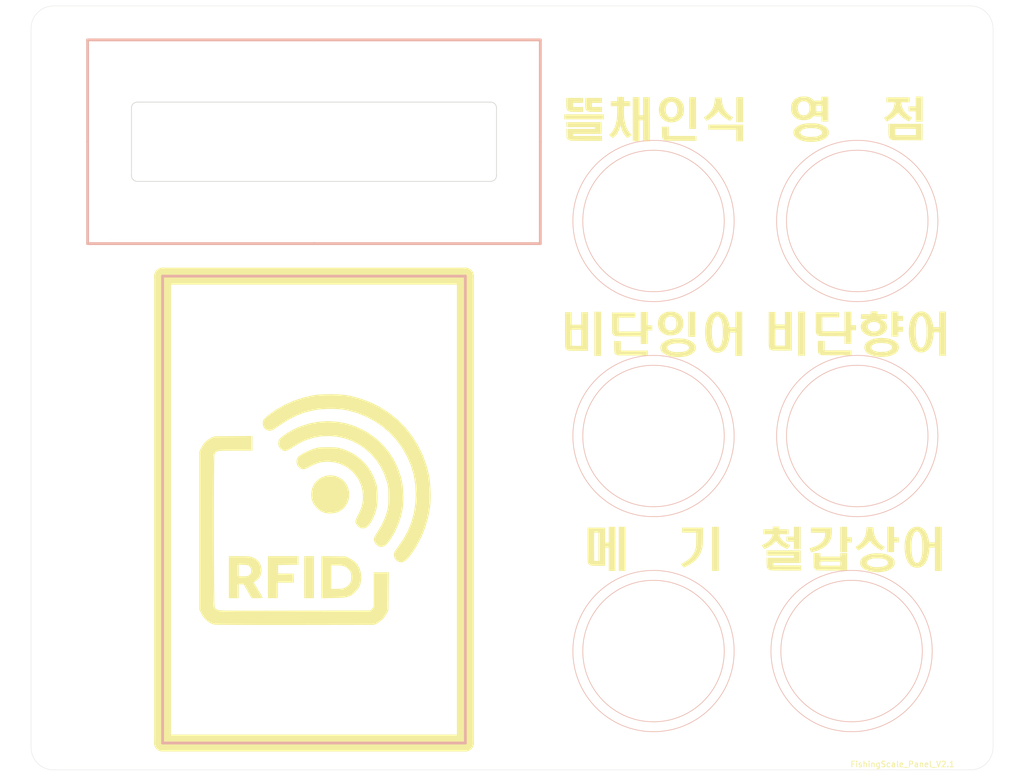
<source format=kicad_pcb>
(kicad_pcb (version 20221018) (generator pcbnew)
  (layers (0 "F.Cu" signal) (31 "B.Cu" signal) (34 "B.Paste" user) (35 "F.Paste" user) (36 "B.SilkS" user "B.Silkscreen") (37 "F.SilkS" user "F.Silkscreen") (38 "B.Mask" user) (39 "F.Mask" user) (44 "Edge.Cuts" user))
  (net 0 "")
  (footprint "KiCad:netsens" (layer "F.Cu") (at 110 20)
    (fp_text reference "G***" hide)
    (fp_text value "LOGO" hide)
  )
  (footprint "KiCad:Tare" (layer "F.Cu") (at 146 20)
    (fp_text reference "G***" hide)
    (fp_text value "LOGO" hide)
  )
  (footprint "KiCad:Fish2" (layer "F.Cu") (at 110 58)
    (fp_text reference "G***" hide)
    (fp_text value "LOGO" hide)
  )
  (footprint "KiCad:Fish3" (layer "F.Cu") (at 146 58)
    (fp_text reference "G***" hide)
    (fp_text value "LOGO" hide)
  )
  (footprint "KiCad:Fish1" (layer "F.Cu") (at 110 96)
    (fp_text reference "G***" hide)
    (fp_text value "LOGO" hide)
  )
  (footprint "KiCad:Fish4" (layer "F.Cu") (at 145 96)
    (fp_text reference "G***" hide)
    (fp_text value "LOGO" hide)
  )
  (footprint "KiCad:1602_LCD" (layer "F.Cu") (at 50 24)
    (fp_text reference "REF**")
    (fp_text value "1602_LCD")
    (fp_line (start -32.25 -5.984) (end -32.25 5.984) (stroke (width 0.12)) (layer "Edge.Cuts"))
    (fp_line (start -31.234 7) (end 31.234 7) (stroke (width 0.12)) (layer "Edge.Cuts"))
    (fp_line (start 31.234 -7) (end -31.234 -7) (stroke (width 0.12)) (layer "Edge.Cuts"))
    (fp_line (start 32.25 5.984) (end 32.25 -5.984) (stroke (width 0.12)) (layer "Edge.Cuts"))
    (fp_arc (start -32.25 -5.984) (mid -31.95242 -6.70242) (end -31.234 -7) (stroke (width 0.12)) (layer "Edge.Cuts"))
    (fp_arc (start -31.234 7) (mid -31.95242 6.70242) (end -32.25 5.984) (stroke (width 0.12)) (layer "Edge.Cuts"))
    (fp_arc (start 31.234 -7) (mid 31.95242 -6.70242) (end 32.25 -5.984) (stroke (width 0.12)) (layer "Edge.Cuts"))
    (fp_arc (start 32.25 5.984) (mid 31.95242 6.70242) (end 31.234 7) (stroke (width 0.12)) (layer "Edge.Cuts"))
    (pad "" np_thru_hole circle (at -37.8 -15.8) (size 3 3) (drill 3) (layers "*.Cu" "*.Mask"))
    (pad "" np_thru_hole circle (at -37.8 15.8) (size 3 3) (drill 3) (layers "*.Cu" "*.Mask"))
    (pad "" np_thru_hole circle (at 37.8 -15.8) (size 3 3) (drill 3) (layers "*.Cu" "*.Mask"))
    (pad "" np_thru_hole circle (at 37.8 15.8) (size 3 3) (drill 3) (layers "*.Cu" "*.Mask"))
  )
  (footprint "KiCad:LED_BUTTON_22MM" (layer "F.Cu") (at 110 38)
    (fp_text reference "REF**")
    (fp_text value "LED_BUTTON_22MM")
    (pad "" np_thru_hole circle (at 0 0) (size 23 23) (drill 23) (layers "*.Cu" "*.Mask"))
  )
  (footprint "KiCad:LED_BUTTON_22MM" (layer "F.Cu") (at 146 38)
    (fp_text reference "REF**")
    (fp_text value "LED_BUTTON_22MM")
    (pad "" np_thru_hole circle (at 0 0) (size 23 23) (drill 23) (layers "*.Cu" "*.Mask"))
  )
  (footprint "KiCad:LED_BUTTON_22MM" (layer "F.Cu") (at 110 76)
    (fp_text reference "REF**")
    (fp_text value "LED_BUTTON_22MM")
    (pad "" np_thru_hole circle (at 0 0) (size 23 23) (drill 23) (layers "*.Cu" "*.Mask"))
  )
  (footprint "KiCad:LED_BUTTON_22MM" (layer "F.Cu") (at 146 76)
    (fp_text reference "REF**")
    (fp_text value "LED_BUTTON_22MM")
    (pad "" np_thru_hole circle (at 0 0) (size 23 23) (drill 23) (layers "*.Cu" "*.Mask"))
  )
  (footprint "KiCad:LED_BUTTON_22MM" (layer "F.Cu") (at 110 114)
    (fp_text reference "REF**")
    (fp_text value "LED_BUTTON_22MM")
    (pad "" np_thru_hole circle (at 0 0) (size 23 23) (drill 23) (layers "*.Cu" "*.Mask"))
  )
  (footprint "KiCad:LED_BUTTON_22MM" (layer "F.Cu") (at 145 114)
    (fp_text reference "REF**")
    (fp_text value "LED_BUTTON_22MM")
    (pad "" np_thru_hole circle (at 0 0) (size 23 23) (drill 23) (layers "*.Cu" "*.Mask"))
  )
  (footprint "KiCad:RFID_module" (layer "F.Cu") (at 50 89)
    (fp_text reference "REF**")
    (fp_text value "RFID_module")
    (pad "" np_thru_hole circle (at -15.75 31.25) (size 3.1 3.1) (drill 3.1) (layers "*.Cu" "*.Mask"))
    (pad "" np_thru_hole circle (at 0 -33.25) (size 3.1 3.1) (drill 3.1) (layers "*.Cu" "*.Mask"))
    (pad "" np_thru_hole circle (at 15.75 31.25) (size 3.1 3.1) (drill 3.1) (layers "*.Cu" "*.Mask"))
  )
  (footprint "MountingHole:MountingHole_3.2mm_M3" (layer "B.Cu") (at 166 4 180)
    (fp_text reference "REF**")
    (fp_text value "MountingHole_3.2mm_M3")
    (pad "" np_thru_hole circle (at 0 0 180) (size 3.2 3.2) (drill 3.2) (layers "*.Cu" "*.Mask"))
  )
  (footprint "MountingHole:MountingHole_3.2mm_M3" (layer "B.Cu") (at 4 131 180)
    (fp_text reference "REF**")
    (fp_text value "MountingHole_3.2mm_M3")
    (pad "" np_thru_hole circle (at 0 0 180) (size 3.2 3.2) (drill 3.2) (layers "*.Cu" "*.Mask"))
  )
  (footprint "MountingHole:MountingHole_3.2mm_M3" (layer "B.Cu") (at 166 131 180)
    (fp_text reference "REF**")
    (fp_text value "MountingHole_3.2mm_M3")
    (pad "" np_thru_hole circle (at 0 0 180) (size 3.2 3.2) (drill 3.2) (layers "*.Cu" "*.Mask"))
  )
  (footprint "MountingHole:MountingHole_3.2mm_M3" (layer "B.Cu") (at 4 4 180)
    (fp_text reference "REF**")
    (fp_text value "MountingHole_3.2mm_M3")
    (pad "" np_thru_hole circle (at 0 0 180) (size 3.2 3.2) (drill 3.2) (layers "*.Cu" "*.Mask"))
  )
  (gr_arc (start 166 0) (mid 168.828427 1.171573) (end 170 4) (stroke (width 0.05)) (layer "Edge.Cuts"))
  (gr_line (start 170 131) (end 170 4) (stroke (width 0.05)) (layer "Edge.Cuts"))
  (gr_arc (start 4 135) (mid 1.171573 133.828427) (end 0 131) (stroke (width 0.05)) (layer "Edge.Cuts"))
  (gr_arc (start 170 131) (mid 168.828427 133.828427) (end 166 135) (stroke (width 0.05)) (layer "Edge.Cuts"))
  (gr_line (start 166 0) (end 4 0) (stroke (width 0.05)) (layer "Edge.Cuts"))
  (gr_arc (start 0 4) (mid 1.171573 1.171573) (end 4 0) (stroke (width 0.05)) (layer "Edge.Cuts"))
  (gr_line (start 0 4) (end 0 131) (stroke (width 0.05)) (layer "Edge.Cuts"))
  (gr_line (start 4 135) (end 166 135) (stroke (width 0.05)) (layer "Edge.Cuts"))
  (gr_text "FishingScale_Panel_V2.1" (at 154 134) (layer "F.SilkS") (effects (font (size 1 1))))
)
</source>
